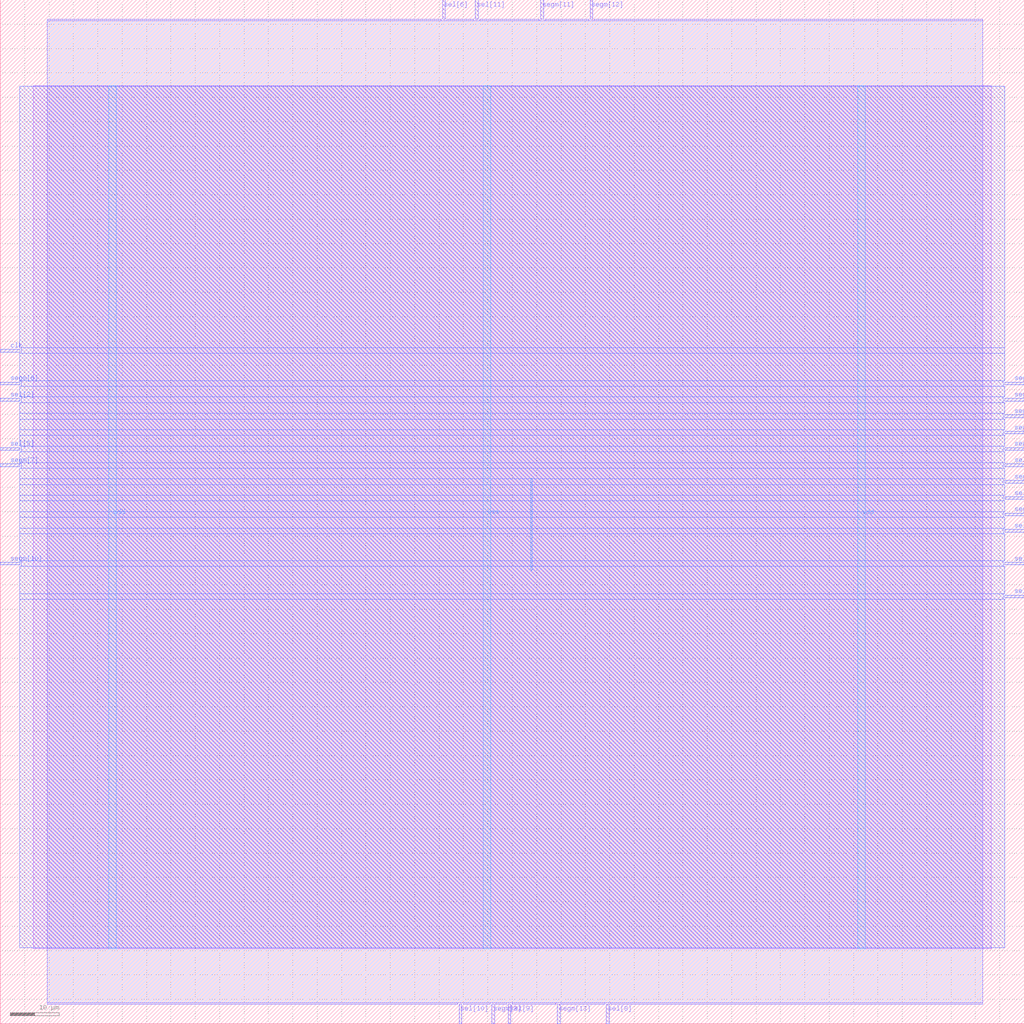
<source format=lef>
VERSION 5.7 ;
  NOWIREEXTENSIONATPIN ON ;
  DIVIDERCHAR "/" ;
  BUSBITCHARS "[]" ;
MACRO ita6
  CLASS BLOCK ;
  FOREIGN ita6 ;
  ORIGIN 0.000 0.000 ;
  SIZE 210.000 BY 210.000 ;
  PIN clk
    DIRECTION INPUT ;
    USE SIGNAL ;
    ANTENNAGATEAREA 4.738000 ;
    ANTENNADIFFAREA 0.410400 ;
    PORT
      LAYER Metal3 ;
        RECT 0.000 137.760 4.000 138.320 ;
    END
  END clk
  PIN segm[0]
    DIRECTION OUTPUT TRISTATE ;
    USE SIGNAL ;
    ANTENNADIFFAREA 0.360800 ;
    PORT
      LAYER Metal3 ;
        RECT 206.000 131.040 210.000 131.600 ;
    END
  END segm[0]
  PIN segm[10]
    DIRECTION OUTPUT TRISTATE ;
    USE SIGNAL ;
    ANTENNADIFFAREA 4.731200 ;
    PORT
      LAYER Metal3 ;
        RECT 0.000 94.080 4.000 94.640 ;
    END
  END segm[10]
  PIN segm[11]
    DIRECTION OUTPUT TRISTATE ;
    USE SIGNAL ;
    ANTENNADIFFAREA 4.731200 ;
    PORT
      LAYER Metal2 ;
        RECT 110.880 206.000 111.440 210.000 ;
    END
  END segm[11]
  PIN segm[12]
    DIRECTION OUTPUT TRISTATE ;
    USE SIGNAL ;
    ANTENNADIFFAREA 4.731200 ;
    PORT
      LAYER Metal2 ;
        RECT 120.960 206.000 121.520 210.000 ;
    END
  END segm[12]
  PIN segm[13]
    DIRECTION OUTPUT TRISTATE ;
    USE SIGNAL ;
    ANTENNADIFFAREA 4.731200 ;
    PORT
      LAYER Metal2 ;
        RECT 114.240 0.000 114.800 4.000 ;
    END
  END segm[13]
  PIN segm[1]
    DIRECTION OUTPUT TRISTATE ;
    USE SIGNAL ;
    ANTENNADIFFAREA 4.731200 ;
    PORT
      LAYER Metal3 ;
        RECT 206.000 120.960 210.000 121.520 ;
    END
  END segm[1]
  PIN segm[2]
    DIRECTION OUTPUT TRISTATE ;
    USE SIGNAL ;
    ANTENNADIFFAREA 4.731200 ;
    PORT
      LAYER Metal3 ;
        RECT 206.000 110.880 210.000 111.440 ;
    END
  END segm[2]
  PIN segm[3]
    DIRECTION OUTPUT TRISTATE ;
    USE SIGNAL ;
    ANTENNADIFFAREA 0.360800 ;
    PORT
      LAYER Metal2 ;
        RECT 100.800 0.000 101.360 4.000 ;
    END
  END segm[3]
  PIN segm[4]
    DIRECTION OUTPUT TRISTATE ;
    USE SIGNAL ;
    ANTENNADIFFAREA 4.731200 ;
    PORT
      LAYER Metal3 ;
        RECT 206.000 117.600 210.000 118.160 ;
    END
  END segm[4]
  PIN segm[5]
    DIRECTION OUTPUT TRISTATE ;
    USE SIGNAL ;
    ANTENNADIFFAREA 4.731200 ;
    PORT
      LAYER Metal3 ;
        RECT 206.000 104.160 210.000 104.720 ;
    END
  END segm[5]
  PIN segm[6]
    DIRECTION OUTPUT TRISTATE ;
    USE SIGNAL ;
    ANTENNADIFFAREA 4.731200 ;
    PORT
      LAYER Metal3 ;
        RECT 0.000 131.040 4.000 131.600 ;
    END
  END segm[6]
  PIN segm[7]
    DIRECTION OUTPUT TRISTATE ;
    USE SIGNAL ;
    ANTENNADIFFAREA 4.731200 ;
    PORT
      LAYER Metal3 ;
        RECT 0.000 114.240 4.000 114.800 ;
    END
  END segm[7]
  PIN segm[8]
    DIRECTION OUTPUT TRISTATE ;
    USE SIGNAL ;
    ANTENNADIFFAREA 4.731200 ;
    PORT
      LAYER Metal3 ;
        RECT 206.000 127.680 210.000 128.240 ;
    END
  END segm[8]
  PIN segm[9]
    DIRECTION OUTPUT TRISTATE ;
    USE SIGNAL ;
    ANTENNADIFFAREA 4.731200 ;
    PORT
      LAYER Metal3 ;
        RECT 206.000 124.320 210.000 124.880 ;
    END
  END segm[9]
  PIN sel[0]
    DIRECTION OUTPUT TRISTATE ;
    USE SIGNAL ;
    ANTENNADIFFAREA 4.731200 ;
    PORT
      LAYER Metal3 ;
        RECT 206.000 87.360 210.000 87.920 ;
    END
  END sel[0]
  PIN sel[10]
    DIRECTION OUTPUT TRISTATE ;
    USE SIGNAL ;
    ANTENNADIFFAREA 4.731200 ;
    PORT
      LAYER Metal2 ;
        RECT 94.080 0.000 94.640 4.000 ;
    END
  END sel[10]
  PIN sel[11]
    DIRECTION OUTPUT TRISTATE ;
    USE SIGNAL ;
    ANTENNADIFFAREA 4.731200 ;
    PORT
      LAYER Metal2 ;
        RECT 97.440 206.000 98.000 210.000 ;
    END
  END sel[11]
  PIN sel[1]
    DIRECTION OUTPUT TRISTATE ;
    USE SIGNAL ;
    ANTENNADIFFAREA 4.731200 ;
    PORT
      LAYER Metal3 ;
        RECT 206.000 107.520 210.000 108.080 ;
    END
  END sel[1]
  PIN sel[2]
    DIRECTION OUTPUT TRISTATE ;
    USE SIGNAL ;
    ANTENNADIFFAREA 4.731200 ;
    PORT
      LAYER Metal3 ;
        RECT 0.000 127.680 4.000 128.240 ;
    END
  END sel[2]
  PIN sel[3]
    DIRECTION OUTPUT TRISTATE ;
    USE SIGNAL ;
    ANTENNADIFFAREA 4.731200 ;
    PORT
      LAYER Metal3 ;
        RECT 206.000 100.800 210.000 101.360 ;
    END
  END sel[3]
  PIN sel[4]
    DIRECTION OUTPUT TRISTATE ;
    USE SIGNAL ;
    ANTENNADIFFAREA 4.731200 ;
    PORT
      LAYER Metal3 ;
        RECT 206.000 94.080 210.000 94.640 ;
    END
  END sel[4]
  PIN sel[5]
    DIRECTION OUTPUT TRISTATE ;
    USE SIGNAL ;
    ANTENNADIFFAREA 4.731200 ;
    PORT
      LAYER Metal3 ;
        RECT 0.000 117.600 4.000 118.160 ;
    END
  END sel[5]
  PIN sel[6]
    DIRECTION OUTPUT TRISTATE ;
    USE SIGNAL ;
    ANTENNADIFFAREA 4.731200 ;
    PORT
      LAYER Metal2 ;
        RECT 90.720 206.000 91.280 210.000 ;
    END
  END sel[6]
  PIN sel[7]
    DIRECTION OUTPUT TRISTATE ;
    USE SIGNAL ;
    ANTENNADIFFAREA 4.731200 ;
    PORT
      LAYER Metal3 ;
        RECT 206.000 114.240 210.000 114.800 ;
    END
  END sel[7]
  PIN sel[8]
    DIRECTION OUTPUT TRISTATE ;
    USE SIGNAL ;
    ANTENNADIFFAREA 4.731200 ;
    PORT
      LAYER Metal2 ;
        RECT 124.320 0.000 124.880 4.000 ;
    END
  END sel[8]
  PIN sel[9]
    DIRECTION OUTPUT TRISTATE ;
    USE SIGNAL ;
    ANTENNADIFFAREA 4.731200 ;
    PORT
      LAYER Metal2 ;
        RECT 104.160 0.000 104.720 4.000 ;
    END
  END sel[9]
  PIN vdd
    DIRECTION INOUT ;
    USE POWER ;
    PORT
      LAYER Metal4 ;
        RECT 22.240 15.380 23.840 192.380 ;
    END
    PORT
      LAYER Metal4 ;
        RECT 175.840 15.380 177.440 192.380 ;
    END
  END vdd
  PIN vss
    DIRECTION INOUT ;
    USE GROUND ;
    PORT
      LAYER Metal4 ;
        RECT 99.040 15.380 100.640 192.380 ;
    END
  END vss
  OBS
      LAYER Metal1 ;
        RECT 6.720 15.380 203.280 192.380 ;
      LAYER Metal2 ;
        RECT 9.660 205.700 90.420 206.000 ;
        RECT 91.580 205.700 97.140 206.000 ;
        RECT 98.300 205.700 110.580 206.000 ;
        RECT 111.740 205.700 120.660 206.000 ;
        RECT 121.820 205.700 201.460 206.000 ;
        RECT 9.660 4.300 201.460 205.700 ;
        RECT 9.660 4.000 93.780 4.300 ;
        RECT 94.940 4.000 100.500 4.300 ;
        RECT 101.660 4.000 103.860 4.300 ;
        RECT 105.020 4.000 113.940 4.300 ;
        RECT 115.100 4.000 124.020 4.300 ;
        RECT 125.180 4.000 201.460 4.300 ;
      LAYER Metal3 ;
        RECT 4.000 138.620 206.000 192.220 ;
        RECT 4.300 137.460 206.000 138.620 ;
        RECT 4.000 131.900 206.000 137.460 ;
        RECT 4.300 130.740 205.700 131.900 ;
        RECT 4.000 128.540 206.000 130.740 ;
        RECT 4.300 127.380 205.700 128.540 ;
        RECT 4.000 125.180 206.000 127.380 ;
        RECT 4.000 124.020 205.700 125.180 ;
        RECT 4.000 121.820 206.000 124.020 ;
        RECT 4.000 120.660 205.700 121.820 ;
        RECT 4.000 118.460 206.000 120.660 ;
        RECT 4.300 117.300 205.700 118.460 ;
        RECT 4.000 115.100 206.000 117.300 ;
        RECT 4.300 113.940 205.700 115.100 ;
        RECT 4.000 111.740 206.000 113.940 ;
        RECT 4.000 110.580 205.700 111.740 ;
        RECT 4.000 108.380 206.000 110.580 ;
        RECT 4.000 107.220 205.700 108.380 ;
        RECT 4.000 105.020 206.000 107.220 ;
        RECT 4.000 103.860 205.700 105.020 ;
        RECT 4.000 101.660 206.000 103.860 ;
        RECT 4.000 100.500 205.700 101.660 ;
        RECT 4.000 94.940 206.000 100.500 ;
        RECT 4.300 93.780 205.700 94.940 ;
        RECT 4.000 88.220 206.000 93.780 ;
        RECT 4.000 87.060 205.700 88.220 ;
        RECT 4.000 15.540 206.000 87.060 ;
      LAYER Metal4 ;
        RECT 108.780 93.050 109.060 111.910 ;
  END
END ita6
END LIBRARY


</source>
